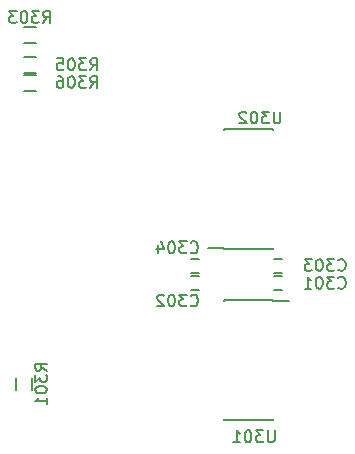
<source format=gbo>
G04 #@! TF.FileFunction,Legend,Bot*
%FSLAX46Y46*%
G04 Gerber Fmt 4.6, Leading zero omitted, Abs format (unit mm)*
G04 Created by KiCad (PCBNEW 4.0.1-stable) date 13/02/2016 21:15:23*
%MOMM*%
G01*
G04 APERTURE LIST*
%ADD10C,0.100000*%
%ADD11C,0.150000*%
G04 APERTURE END LIST*
D10*
D11*
X128350000Y-89400000D02*
X127650000Y-89400000D01*
X127650000Y-90600000D02*
X128350000Y-90600000D01*
X120650000Y-90600000D02*
X121350000Y-90600000D01*
X121350000Y-89400000D02*
X120650000Y-89400000D01*
X128350000Y-87900000D02*
X127650000Y-87900000D01*
X127650000Y-89100000D02*
X128350000Y-89100000D01*
X120650000Y-89100000D02*
X121350000Y-89100000D01*
X121350000Y-87900000D02*
X120650000Y-87900000D01*
X105825000Y-98000000D02*
X105825000Y-99000000D01*
X107175000Y-99000000D02*
X107175000Y-98000000D01*
X106500000Y-69675000D02*
X107500000Y-69675000D01*
X107500000Y-68325000D02*
X106500000Y-68325000D01*
X106500000Y-72175000D02*
X107500000Y-72175000D01*
X107500000Y-70825000D02*
X106500000Y-70825000D01*
X106500000Y-73675000D02*
X107500000Y-73675000D01*
X107500000Y-72325000D02*
X106500000Y-72325000D01*
X127575000Y-91425000D02*
X127575000Y-91530000D01*
X123425000Y-91425000D02*
X123425000Y-91530000D01*
X123425000Y-101575000D02*
X123425000Y-101470000D01*
X127575000Y-101575000D02*
X127575000Y-101470000D01*
X127575000Y-91425000D02*
X123425000Y-91425000D01*
X127575000Y-101575000D02*
X123425000Y-101575000D01*
X127575000Y-91530000D02*
X128950000Y-91530000D01*
X123425000Y-87075000D02*
X123425000Y-86970000D01*
X127575000Y-87075000D02*
X127575000Y-86970000D01*
X127575000Y-76925000D02*
X127575000Y-77030000D01*
X123425000Y-76925000D02*
X123425000Y-77030000D01*
X123425000Y-87075000D02*
X127575000Y-87075000D01*
X123425000Y-76925000D02*
X127575000Y-76925000D01*
X123425000Y-86970000D02*
X122050000Y-86970000D01*
X133119047Y-90357143D02*
X133166666Y-90404762D01*
X133309523Y-90452381D01*
X133404761Y-90452381D01*
X133547619Y-90404762D01*
X133642857Y-90309524D01*
X133690476Y-90214286D01*
X133738095Y-90023810D01*
X133738095Y-89880952D01*
X133690476Y-89690476D01*
X133642857Y-89595238D01*
X133547619Y-89500000D01*
X133404761Y-89452381D01*
X133309523Y-89452381D01*
X133166666Y-89500000D01*
X133119047Y-89547619D01*
X132785714Y-89452381D02*
X132166666Y-89452381D01*
X132500000Y-89833333D01*
X132357142Y-89833333D01*
X132261904Y-89880952D01*
X132214285Y-89928571D01*
X132166666Y-90023810D01*
X132166666Y-90261905D01*
X132214285Y-90357143D01*
X132261904Y-90404762D01*
X132357142Y-90452381D01*
X132642857Y-90452381D01*
X132738095Y-90404762D01*
X132785714Y-90357143D01*
X131547619Y-89452381D02*
X131452380Y-89452381D01*
X131357142Y-89500000D01*
X131309523Y-89547619D01*
X131261904Y-89642857D01*
X131214285Y-89833333D01*
X131214285Y-90071429D01*
X131261904Y-90261905D01*
X131309523Y-90357143D01*
X131357142Y-90404762D01*
X131452380Y-90452381D01*
X131547619Y-90452381D01*
X131642857Y-90404762D01*
X131690476Y-90357143D01*
X131738095Y-90261905D01*
X131785714Y-90071429D01*
X131785714Y-89833333D01*
X131738095Y-89642857D01*
X131690476Y-89547619D01*
X131642857Y-89500000D01*
X131547619Y-89452381D01*
X130261904Y-90452381D02*
X130833333Y-90452381D01*
X130547619Y-90452381D02*
X130547619Y-89452381D01*
X130642857Y-89595238D01*
X130738095Y-89690476D01*
X130833333Y-89738095D01*
X120619047Y-91857143D02*
X120666666Y-91904762D01*
X120809523Y-91952381D01*
X120904761Y-91952381D01*
X121047619Y-91904762D01*
X121142857Y-91809524D01*
X121190476Y-91714286D01*
X121238095Y-91523810D01*
X121238095Y-91380952D01*
X121190476Y-91190476D01*
X121142857Y-91095238D01*
X121047619Y-91000000D01*
X120904761Y-90952381D01*
X120809523Y-90952381D01*
X120666666Y-91000000D01*
X120619047Y-91047619D01*
X120285714Y-90952381D02*
X119666666Y-90952381D01*
X120000000Y-91333333D01*
X119857142Y-91333333D01*
X119761904Y-91380952D01*
X119714285Y-91428571D01*
X119666666Y-91523810D01*
X119666666Y-91761905D01*
X119714285Y-91857143D01*
X119761904Y-91904762D01*
X119857142Y-91952381D01*
X120142857Y-91952381D01*
X120238095Y-91904762D01*
X120285714Y-91857143D01*
X119047619Y-90952381D02*
X118952380Y-90952381D01*
X118857142Y-91000000D01*
X118809523Y-91047619D01*
X118761904Y-91142857D01*
X118714285Y-91333333D01*
X118714285Y-91571429D01*
X118761904Y-91761905D01*
X118809523Y-91857143D01*
X118857142Y-91904762D01*
X118952380Y-91952381D01*
X119047619Y-91952381D01*
X119142857Y-91904762D01*
X119190476Y-91857143D01*
X119238095Y-91761905D01*
X119285714Y-91571429D01*
X119285714Y-91333333D01*
X119238095Y-91142857D01*
X119190476Y-91047619D01*
X119142857Y-91000000D01*
X119047619Y-90952381D01*
X118333333Y-91047619D02*
X118285714Y-91000000D01*
X118190476Y-90952381D01*
X117952380Y-90952381D01*
X117857142Y-91000000D01*
X117809523Y-91047619D01*
X117761904Y-91142857D01*
X117761904Y-91238095D01*
X117809523Y-91380952D01*
X118380952Y-91952381D01*
X117761904Y-91952381D01*
X133119047Y-88857143D02*
X133166666Y-88904762D01*
X133309523Y-88952381D01*
X133404761Y-88952381D01*
X133547619Y-88904762D01*
X133642857Y-88809524D01*
X133690476Y-88714286D01*
X133738095Y-88523810D01*
X133738095Y-88380952D01*
X133690476Y-88190476D01*
X133642857Y-88095238D01*
X133547619Y-88000000D01*
X133404761Y-87952381D01*
X133309523Y-87952381D01*
X133166666Y-88000000D01*
X133119047Y-88047619D01*
X132785714Y-87952381D02*
X132166666Y-87952381D01*
X132500000Y-88333333D01*
X132357142Y-88333333D01*
X132261904Y-88380952D01*
X132214285Y-88428571D01*
X132166666Y-88523810D01*
X132166666Y-88761905D01*
X132214285Y-88857143D01*
X132261904Y-88904762D01*
X132357142Y-88952381D01*
X132642857Y-88952381D01*
X132738095Y-88904762D01*
X132785714Y-88857143D01*
X131547619Y-87952381D02*
X131452380Y-87952381D01*
X131357142Y-88000000D01*
X131309523Y-88047619D01*
X131261904Y-88142857D01*
X131214285Y-88333333D01*
X131214285Y-88571429D01*
X131261904Y-88761905D01*
X131309523Y-88857143D01*
X131357142Y-88904762D01*
X131452380Y-88952381D01*
X131547619Y-88952381D01*
X131642857Y-88904762D01*
X131690476Y-88857143D01*
X131738095Y-88761905D01*
X131785714Y-88571429D01*
X131785714Y-88333333D01*
X131738095Y-88142857D01*
X131690476Y-88047619D01*
X131642857Y-88000000D01*
X131547619Y-87952381D01*
X130880952Y-87952381D02*
X130261904Y-87952381D01*
X130595238Y-88333333D01*
X130452380Y-88333333D01*
X130357142Y-88380952D01*
X130309523Y-88428571D01*
X130261904Y-88523810D01*
X130261904Y-88761905D01*
X130309523Y-88857143D01*
X130357142Y-88904762D01*
X130452380Y-88952381D01*
X130738095Y-88952381D01*
X130833333Y-88904762D01*
X130880952Y-88857143D01*
X120619047Y-87357143D02*
X120666666Y-87404762D01*
X120809523Y-87452381D01*
X120904761Y-87452381D01*
X121047619Y-87404762D01*
X121142857Y-87309524D01*
X121190476Y-87214286D01*
X121238095Y-87023810D01*
X121238095Y-86880952D01*
X121190476Y-86690476D01*
X121142857Y-86595238D01*
X121047619Y-86500000D01*
X120904761Y-86452381D01*
X120809523Y-86452381D01*
X120666666Y-86500000D01*
X120619047Y-86547619D01*
X120285714Y-86452381D02*
X119666666Y-86452381D01*
X120000000Y-86833333D01*
X119857142Y-86833333D01*
X119761904Y-86880952D01*
X119714285Y-86928571D01*
X119666666Y-87023810D01*
X119666666Y-87261905D01*
X119714285Y-87357143D01*
X119761904Y-87404762D01*
X119857142Y-87452381D01*
X120142857Y-87452381D01*
X120238095Y-87404762D01*
X120285714Y-87357143D01*
X119047619Y-86452381D02*
X118952380Y-86452381D01*
X118857142Y-86500000D01*
X118809523Y-86547619D01*
X118761904Y-86642857D01*
X118714285Y-86833333D01*
X118714285Y-87071429D01*
X118761904Y-87261905D01*
X118809523Y-87357143D01*
X118857142Y-87404762D01*
X118952380Y-87452381D01*
X119047619Y-87452381D01*
X119142857Y-87404762D01*
X119190476Y-87357143D01*
X119238095Y-87261905D01*
X119285714Y-87071429D01*
X119285714Y-86833333D01*
X119238095Y-86642857D01*
X119190476Y-86547619D01*
X119142857Y-86500000D01*
X119047619Y-86452381D01*
X117857142Y-86785714D02*
X117857142Y-87452381D01*
X118095238Y-86404762D02*
X118333333Y-87119048D01*
X117714285Y-87119048D01*
X108452381Y-97380953D02*
X107976190Y-97047619D01*
X108452381Y-96809524D02*
X107452381Y-96809524D01*
X107452381Y-97190477D01*
X107500000Y-97285715D01*
X107547619Y-97333334D01*
X107642857Y-97380953D01*
X107785714Y-97380953D01*
X107880952Y-97333334D01*
X107928571Y-97285715D01*
X107976190Y-97190477D01*
X107976190Y-96809524D01*
X107452381Y-97714286D02*
X107452381Y-98333334D01*
X107833333Y-98000000D01*
X107833333Y-98142858D01*
X107880952Y-98238096D01*
X107928571Y-98285715D01*
X108023810Y-98333334D01*
X108261905Y-98333334D01*
X108357143Y-98285715D01*
X108404762Y-98238096D01*
X108452381Y-98142858D01*
X108452381Y-97857143D01*
X108404762Y-97761905D01*
X108357143Y-97714286D01*
X107452381Y-98952381D02*
X107452381Y-99047620D01*
X107500000Y-99142858D01*
X107547619Y-99190477D01*
X107642857Y-99238096D01*
X107833333Y-99285715D01*
X108071429Y-99285715D01*
X108261905Y-99238096D01*
X108357143Y-99190477D01*
X108404762Y-99142858D01*
X108452381Y-99047620D01*
X108452381Y-98952381D01*
X108404762Y-98857143D01*
X108357143Y-98809524D01*
X108261905Y-98761905D01*
X108071429Y-98714286D01*
X107833333Y-98714286D01*
X107642857Y-98761905D01*
X107547619Y-98809524D01*
X107500000Y-98857143D01*
X107452381Y-98952381D01*
X108452381Y-100238096D02*
X108452381Y-99666667D01*
X108452381Y-99952381D02*
X107452381Y-99952381D01*
X107595238Y-99857143D01*
X107690476Y-99761905D01*
X107738095Y-99666667D01*
X108119047Y-67952381D02*
X108452381Y-67476190D01*
X108690476Y-67952381D02*
X108690476Y-66952381D01*
X108309523Y-66952381D01*
X108214285Y-67000000D01*
X108166666Y-67047619D01*
X108119047Y-67142857D01*
X108119047Y-67285714D01*
X108166666Y-67380952D01*
X108214285Y-67428571D01*
X108309523Y-67476190D01*
X108690476Y-67476190D01*
X107785714Y-66952381D02*
X107166666Y-66952381D01*
X107500000Y-67333333D01*
X107357142Y-67333333D01*
X107261904Y-67380952D01*
X107214285Y-67428571D01*
X107166666Y-67523810D01*
X107166666Y-67761905D01*
X107214285Y-67857143D01*
X107261904Y-67904762D01*
X107357142Y-67952381D01*
X107642857Y-67952381D01*
X107738095Y-67904762D01*
X107785714Y-67857143D01*
X106547619Y-66952381D02*
X106452380Y-66952381D01*
X106357142Y-67000000D01*
X106309523Y-67047619D01*
X106261904Y-67142857D01*
X106214285Y-67333333D01*
X106214285Y-67571429D01*
X106261904Y-67761905D01*
X106309523Y-67857143D01*
X106357142Y-67904762D01*
X106452380Y-67952381D01*
X106547619Y-67952381D01*
X106642857Y-67904762D01*
X106690476Y-67857143D01*
X106738095Y-67761905D01*
X106785714Y-67571429D01*
X106785714Y-67333333D01*
X106738095Y-67142857D01*
X106690476Y-67047619D01*
X106642857Y-67000000D01*
X106547619Y-66952381D01*
X105880952Y-66952381D02*
X105261904Y-66952381D01*
X105595238Y-67333333D01*
X105452380Y-67333333D01*
X105357142Y-67380952D01*
X105309523Y-67428571D01*
X105261904Y-67523810D01*
X105261904Y-67761905D01*
X105309523Y-67857143D01*
X105357142Y-67904762D01*
X105452380Y-67952381D01*
X105738095Y-67952381D01*
X105833333Y-67904762D01*
X105880952Y-67857143D01*
X112119047Y-71952381D02*
X112452381Y-71476190D01*
X112690476Y-71952381D02*
X112690476Y-70952381D01*
X112309523Y-70952381D01*
X112214285Y-71000000D01*
X112166666Y-71047619D01*
X112119047Y-71142857D01*
X112119047Y-71285714D01*
X112166666Y-71380952D01*
X112214285Y-71428571D01*
X112309523Y-71476190D01*
X112690476Y-71476190D01*
X111785714Y-70952381D02*
X111166666Y-70952381D01*
X111500000Y-71333333D01*
X111357142Y-71333333D01*
X111261904Y-71380952D01*
X111214285Y-71428571D01*
X111166666Y-71523810D01*
X111166666Y-71761905D01*
X111214285Y-71857143D01*
X111261904Y-71904762D01*
X111357142Y-71952381D01*
X111642857Y-71952381D01*
X111738095Y-71904762D01*
X111785714Y-71857143D01*
X110547619Y-70952381D02*
X110452380Y-70952381D01*
X110357142Y-71000000D01*
X110309523Y-71047619D01*
X110261904Y-71142857D01*
X110214285Y-71333333D01*
X110214285Y-71571429D01*
X110261904Y-71761905D01*
X110309523Y-71857143D01*
X110357142Y-71904762D01*
X110452380Y-71952381D01*
X110547619Y-71952381D01*
X110642857Y-71904762D01*
X110690476Y-71857143D01*
X110738095Y-71761905D01*
X110785714Y-71571429D01*
X110785714Y-71333333D01*
X110738095Y-71142857D01*
X110690476Y-71047619D01*
X110642857Y-71000000D01*
X110547619Y-70952381D01*
X109309523Y-70952381D02*
X109785714Y-70952381D01*
X109833333Y-71428571D01*
X109785714Y-71380952D01*
X109690476Y-71333333D01*
X109452380Y-71333333D01*
X109357142Y-71380952D01*
X109309523Y-71428571D01*
X109261904Y-71523810D01*
X109261904Y-71761905D01*
X109309523Y-71857143D01*
X109357142Y-71904762D01*
X109452380Y-71952381D01*
X109690476Y-71952381D01*
X109785714Y-71904762D01*
X109833333Y-71857143D01*
X112119047Y-73452381D02*
X112452381Y-72976190D01*
X112690476Y-73452381D02*
X112690476Y-72452381D01*
X112309523Y-72452381D01*
X112214285Y-72500000D01*
X112166666Y-72547619D01*
X112119047Y-72642857D01*
X112119047Y-72785714D01*
X112166666Y-72880952D01*
X112214285Y-72928571D01*
X112309523Y-72976190D01*
X112690476Y-72976190D01*
X111785714Y-72452381D02*
X111166666Y-72452381D01*
X111500000Y-72833333D01*
X111357142Y-72833333D01*
X111261904Y-72880952D01*
X111214285Y-72928571D01*
X111166666Y-73023810D01*
X111166666Y-73261905D01*
X111214285Y-73357143D01*
X111261904Y-73404762D01*
X111357142Y-73452381D01*
X111642857Y-73452381D01*
X111738095Y-73404762D01*
X111785714Y-73357143D01*
X110547619Y-72452381D02*
X110452380Y-72452381D01*
X110357142Y-72500000D01*
X110309523Y-72547619D01*
X110261904Y-72642857D01*
X110214285Y-72833333D01*
X110214285Y-73071429D01*
X110261904Y-73261905D01*
X110309523Y-73357143D01*
X110357142Y-73404762D01*
X110452380Y-73452381D01*
X110547619Y-73452381D01*
X110642857Y-73404762D01*
X110690476Y-73357143D01*
X110738095Y-73261905D01*
X110785714Y-73071429D01*
X110785714Y-72833333D01*
X110738095Y-72642857D01*
X110690476Y-72547619D01*
X110642857Y-72500000D01*
X110547619Y-72452381D01*
X109357142Y-72452381D02*
X109547619Y-72452381D01*
X109642857Y-72500000D01*
X109690476Y-72547619D01*
X109785714Y-72690476D01*
X109833333Y-72880952D01*
X109833333Y-73261905D01*
X109785714Y-73357143D01*
X109738095Y-73404762D01*
X109642857Y-73452381D01*
X109452380Y-73452381D01*
X109357142Y-73404762D01*
X109309523Y-73357143D01*
X109261904Y-73261905D01*
X109261904Y-73023810D01*
X109309523Y-72928571D01*
X109357142Y-72880952D01*
X109452380Y-72833333D01*
X109642857Y-72833333D01*
X109738095Y-72880952D01*
X109785714Y-72928571D01*
X109833333Y-73023810D01*
X127714286Y-102452381D02*
X127714286Y-103261905D01*
X127666667Y-103357143D01*
X127619048Y-103404762D01*
X127523810Y-103452381D01*
X127333333Y-103452381D01*
X127238095Y-103404762D01*
X127190476Y-103357143D01*
X127142857Y-103261905D01*
X127142857Y-102452381D01*
X126761905Y-102452381D02*
X126142857Y-102452381D01*
X126476191Y-102833333D01*
X126333333Y-102833333D01*
X126238095Y-102880952D01*
X126190476Y-102928571D01*
X126142857Y-103023810D01*
X126142857Y-103261905D01*
X126190476Y-103357143D01*
X126238095Y-103404762D01*
X126333333Y-103452381D01*
X126619048Y-103452381D01*
X126714286Y-103404762D01*
X126761905Y-103357143D01*
X125523810Y-102452381D02*
X125428571Y-102452381D01*
X125333333Y-102500000D01*
X125285714Y-102547619D01*
X125238095Y-102642857D01*
X125190476Y-102833333D01*
X125190476Y-103071429D01*
X125238095Y-103261905D01*
X125285714Y-103357143D01*
X125333333Y-103404762D01*
X125428571Y-103452381D01*
X125523810Y-103452381D01*
X125619048Y-103404762D01*
X125666667Y-103357143D01*
X125714286Y-103261905D01*
X125761905Y-103071429D01*
X125761905Y-102833333D01*
X125714286Y-102642857D01*
X125666667Y-102547619D01*
X125619048Y-102500000D01*
X125523810Y-102452381D01*
X124238095Y-103452381D02*
X124809524Y-103452381D01*
X124523810Y-103452381D02*
X124523810Y-102452381D01*
X124619048Y-102595238D01*
X124714286Y-102690476D01*
X124809524Y-102738095D01*
X128214286Y-75452381D02*
X128214286Y-76261905D01*
X128166667Y-76357143D01*
X128119048Y-76404762D01*
X128023810Y-76452381D01*
X127833333Y-76452381D01*
X127738095Y-76404762D01*
X127690476Y-76357143D01*
X127642857Y-76261905D01*
X127642857Y-75452381D01*
X127261905Y-75452381D02*
X126642857Y-75452381D01*
X126976191Y-75833333D01*
X126833333Y-75833333D01*
X126738095Y-75880952D01*
X126690476Y-75928571D01*
X126642857Y-76023810D01*
X126642857Y-76261905D01*
X126690476Y-76357143D01*
X126738095Y-76404762D01*
X126833333Y-76452381D01*
X127119048Y-76452381D01*
X127214286Y-76404762D01*
X127261905Y-76357143D01*
X126023810Y-75452381D02*
X125928571Y-75452381D01*
X125833333Y-75500000D01*
X125785714Y-75547619D01*
X125738095Y-75642857D01*
X125690476Y-75833333D01*
X125690476Y-76071429D01*
X125738095Y-76261905D01*
X125785714Y-76357143D01*
X125833333Y-76404762D01*
X125928571Y-76452381D01*
X126023810Y-76452381D01*
X126119048Y-76404762D01*
X126166667Y-76357143D01*
X126214286Y-76261905D01*
X126261905Y-76071429D01*
X126261905Y-75833333D01*
X126214286Y-75642857D01*
X126166667Y-75547619D01*
X126119048Y-75500000D01*
X126023810Y-75452381D01*
X125309524Y-75547619D02*
X125261905Y-75500000D01*
X125166667Y-75452381D01*
X124928571Y-75452381D01*
X124833333Y-75500000D01*
X124785714Y-75547619D01*
X124738095Y-75642857D01*
X124738095Y-75738095D01*
X124785714Y-75880952D01*
X125357143Y-76452381D01*
X124738095Y-76452381D01*
M02*

</source>
